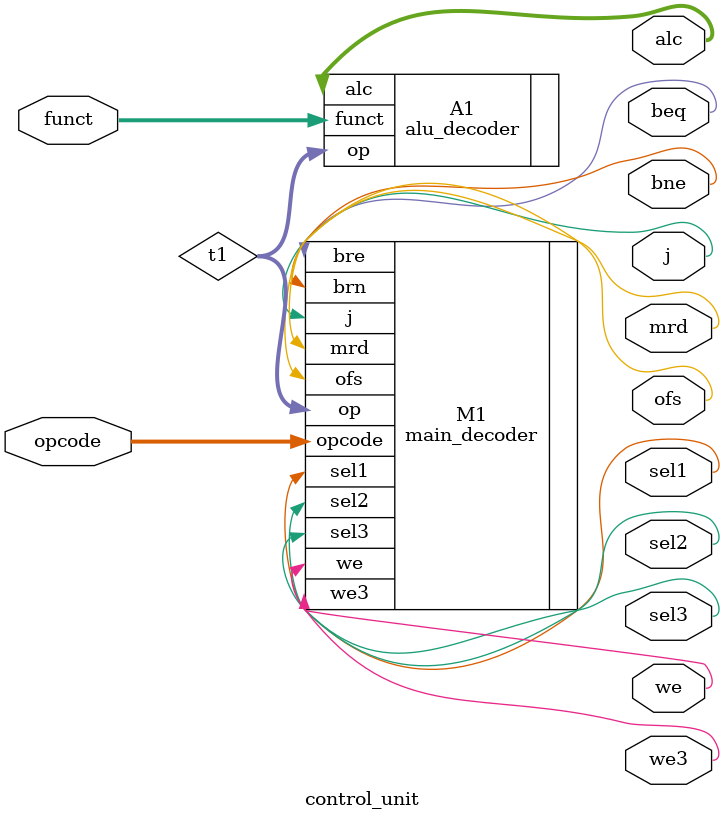
<source format=v>
`timescale 1ns / 1ps
module control_unit(opcode,funct,we,we3,sel1,sel2,sel3,j,beq,bne,alc,ofs,mrd);
input [5:0]opcode,funct;
output we,we3,sel1,sel2,sel3,j,beq,bne,ofs,mrd;
output [2:0]alc;
wire [2:0]t1;

main_decoder M1 (.opcode(opcode),.sel1(sel1),.sel2(sel2),.sel3(sel3),.we(we),.we3(we3),
.bre(beq),.j(j),.op(t1),.ofs(ofs),.mrd(mrd),.brn(bne));
alu_decoder A1 (.funct(funct),.op(t1),.alc(alc));
endmodule

</source>
